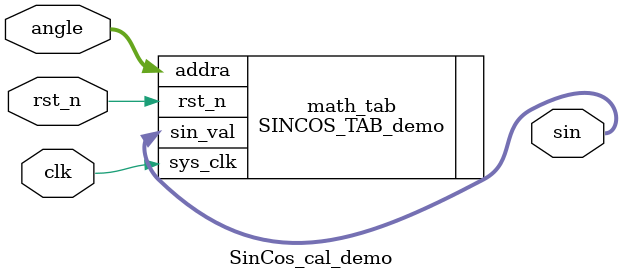
<source format=v>
`timescale 1ns / 1ps


module SinCos_cal_demo #(parameter N = 16)(
        input wire clk,
        input wire rst_n,
        input wire [3:0] angle,
        output wire [N-1:0] sin
    );




SINCOS_TAB_demo math_tab(
    .sys_clk(clk),
    .rst_n(rst_n),
    .addra(angle),
    .sin_val(sin)
);
    


endmodule

</source>
